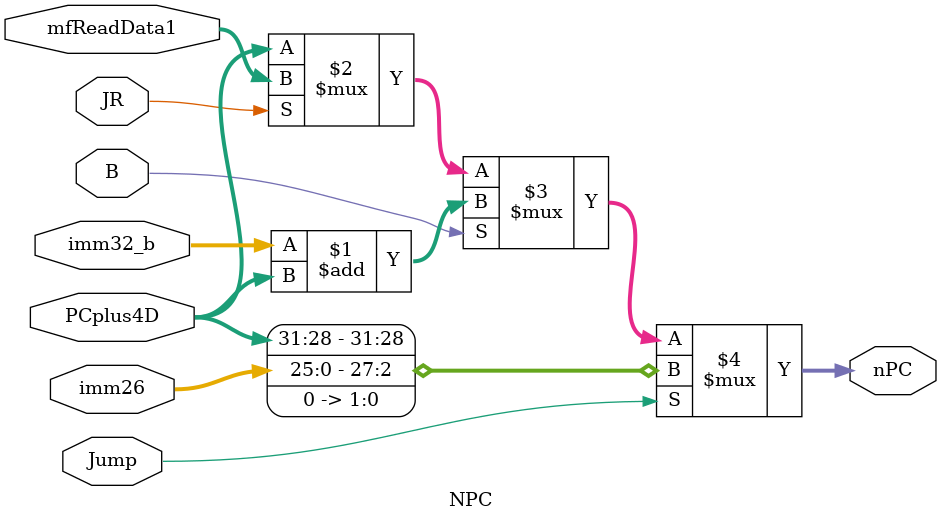
<source format=v>
`timescale 1ns / 1ps
module NPC(
	 input  [31:0] PCplus4D,     //PC+4
	 input  Jump,                //j,jalÀàÌø×ªÐÅºÅ
    input  [25:0] imm26,        //jÀàÖ¸Áî26Î»Á¢¼´ÊýµØÖ·
	 input  B,                   //BÀà¿ØÖÆÐÅºÅ
	 input  [31:0] imm32_b,      //bÀàÖ¸Áî·ÖÖ§µØÖ·
	 input  JR,                  //jrÀàÌø×ªÐÅºÅ
	 input  [31:0] mfReadData1,  //jrÖ¸ÁîÌø×ªµØÖ·
    output  [31:0] nPC          //ÏÂÒ»ÌõÖ¸ÁîµÄµØÖ·
    );
	 assign nPC = Jump ? {PCplus4D[31:28],imm26[25:0],2'b00} : 
					  B ? (imm32_b + PCplus4D) : 
					  JR ? mfReadData1 : 
					  PCplus4D ;

endmodule

</source>
